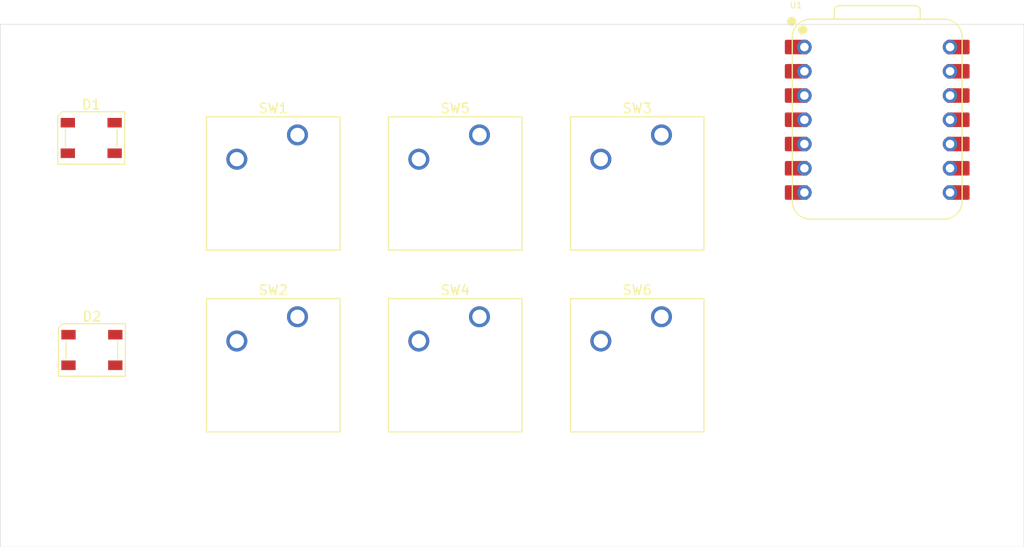
<source format=kicad_pcb>
(kicad_pcb (version 20241229) (generator "pcbnew") (generator_version "9.0")
  (layers (0 "F.Cu" signal) (2 "B.Cu" signal) (13 "F.Paste" user) (15 "B.Paste" user) (5 "F.SilkS" user "F.Silkscreen") (7 "B.SilkS" user "B.Silkscreen") (1 "F.Mask" user) (3 "B.Mask" user) (25 "Edge.Cuts" user))
  (net 0 "")
  (net 1 "Net-(D1-DOUT)")
  (net 2 "GND")
  (net 3 "Net-(D1-DIN)")
  (net 4 "+5V")
  (net 6 "Net-(U1-GPIO1{slash}RX)")
  (net 7 "Net-(U1-GPIO28{slash}ADC2{slash}A2)")
  (net 8 "Net-(U1-GPIO29{slash}ADC3{slash}A3)")
  (net 9 "Net-(U1-GPIO3{slash}MOSI)")
  (net 10 "Net-(U1-GPIO4{slash}MISO)")
  (net 11 "Net-(U1-GPIO2{slash}SCK)")
  (footprint "Button_Switch_Keyboard:SW_Cherry_MX_1.00u_PCB" (layer "F.Cu") (at 190.65875 56.8325)
    (property "Reference" "SW3" (at -2.54 -2.794 0) (layer "F.SilkS"))
    (property "Value" "SW_Push")
    (fp_line (start -9.525 -1.905) (end 4.445 -1.905) (stroke (width 0.12)) (layer "F.SilkS"))
    (fp_line (start -9.525 12.065) (end -9.525 -1.905) (stroke (width 0.12)) (layer "F.SilkS"))
    (fp_line (start 4.445 -1.905) (end 4.445 12.065) (stroke (width 0.12)) (layer "F.SilkS"))
    (fp_line (start 4.445 12.065) (end -9.525 12.065) (stroke (width 0.12)) (layer "F.SilkS"))
    (pad "" np_thru_hole circle (at -7.62 5.08) (size 1.7 1.7) (drill 1.7) (layers "*.Cu" "*.Mask"))
    (pad "" np_thru_hole circle (at -2.54 5.08) (size 4 4) (drill 4) (layers "*.Cu" "*.Mask"))
    (pad "" np_thru_hole circle (at 2.54 5.08) (size 1.7 1.7) (drill 1.7) (layers "*.Cu" "*.Mask"))
    (pad "1" thru_hole circle (at 0 0) (size 2.2 2.2) (drill 1.5) (layers "*.Cu" "*.Mask") (net 2 "GND"))
    (pad "2" thru_hole circle (at -6.35 2.54) (size 2.2 2.2) (drill 1.5) (layers "*.Cu" "*.Mask") (net 8 "Net-(U1-GPIO29{slash}ADC3{slash}A3)"))
  )
  (footprint "Button_Switch_Keyboard:SW_Cherry_MX_1.00u_PCB" (layer "F.Cu") (at 190.65875 75.8825)
    (property "Reference" "SW6" (at -2.54 -2.794 0) (layer "F.SilkS"))
    (property "Value" "SW_Push")
    (fp_line (start -9.525 -1.905) (end 4.445 -1.905) (stroke (width 0.12)) (layer "F.SilkS"))
    (fp_line (start -9.525 12.065) (end -9.525 -1.905) (stroke (width 0.12)) (layer "F.SilkS"))
    (fp_line (start 4.445 -1.905) (end 4.445 12.065) (stroke (width 0.12)) (layer "F.SilkS"))
    (fp_line (start 4.445 12.065) (end -9.525 12.065) (stroke (width 0.12)) (layer "F.SilkS"))
    (pad "" np_thru_hole circle (at -7.62 5.08) (size 1.7 1.7) (drill 1.7) (layers "*.Cu" "*.Mask"))
    (pad "" np_thru_hole circle (at -2.54 5.08) (size 4 4) (drill 4) (layers "*.Cu" "*.Mask"))
    (pad "" np_thru_hole circle (at 2.54 5.08) (size 1.7 1.7) (drill 1.7) (layers "*.Cu" "*.Mask"))
    (pad "1" thru_hole circle (at 0 0) (size 2.2 2.2) (drill 1.5) (layers "*.Cu" "*.Mask") (net 2 "GND"))
    (pad "2" thru_hole circle (at -6.35 2.54) (size 2.2 2.2) (drill 1.5) (layers "*.Cu" "*.Mask") (net 11 "Net-(U1-GPIO2{slash}SCK)"))
  )
  (footprint "Button_Switch_Keyboard:SW_Cherry_MX_1.00u_PCB" (layer "F.Cu") (at 171.60875 56.8325)
    (property "Reference" "SW5" (at -2.54 -2.794 0) (layer "F.SilkS"))
    (property "Value" "SW_Push")
    (fp_line (start -9.525 -1.905) (end 4.445 -1.905) (stroke (width 0.12)) (layer "F.SilkS"))
    (fp_line (start -9.525 12.065) (end -9.525 -1.905) (stroke (width 0.12)) (layer "F.SilkS"))
    (fp_line (start 4.445 -1.905) (end 4.445 12.065) (stroke (width 0.12)) (layer "F.SilkS"))
    (fp_line (start 4.445 12.065) (end -9.525 12.065) (stroke (width 0.12)) (layer "F.SilkS"))
    (pad "" np_thru_hole circle (at -7.62 5.08) (size 1.7 1.7) (drill 1.7) (layers "*.Cu" "*.Mask"))
    (pad "" np_thru_hole circle (at -2.54 5.08) (size 4 4) (drill 4) (layers "*.Cu" "*.Mask"))
    (pad "" np_thru_hole circle (at 2.54 5.08) (size 1.7 1.7) (drill 1.7) (layers "*.Cu" "*.Mask"))
    (pad "1" thru_hole circle (at 0 0) (size 2.2 2.2) (drill 1.5) (layers "*.Cu" "*.Mask") (net 2 "GND"))
    (pad "2" thru_hole circle (at -6.35 2.54) (size 2.2 2.2) (drill 1.5) (layers "*.Cu" "*.Mask") (net 10 "Net-(U1-GPIO4{slash}MISO)"))
  )
  (footprint "Button_Switch_Keyboard:SW_Cherry_MX_1.00u_PCB" (layer "F.Cu") (at 152.55875 75.8825)
    (property "Reference" "SW2" (at -2.54 -2.794 0) (layer "F.SilkS"))
    (property "Value" "SW_Push")
    (fp_line (start -9.525 -1.905) (end 4.445 -1.905) (stroke (width 0.12)) (layer "F.SilkS"))
    (fp_line (start -9.525 12.065) (end -9.525 -1.905) (stroke (width 0.12)) (layer "F.SilkS"))
    (fp_line (start 4.445 -1.905) (end 4.445 12.065) (stroke (width 0.12)) (layer "F.SilkS"))
    (fp_line (start 4.445 12.065) (end -9.525 12.065) (stroke (width 0.12)) (layer "F.SilkS"))
    (pad "" np_thru_hole circle (at -7.62 5.08) (size 1.7 1.7) (drill 1.7) (layers "*.Cu" "*.Mask"))
    (pad "" np_thru_hole circle (at -2.54 5.08) (size 4 4) (drill 4) (layers "*.Cu" "*.Mask"))
    (pad "" np_thru_hole circle (at 2.54 5.08) (size 1.7 1.7) (drill 1.7) (layers "*.Cu" "*.Mask"))
    (pad "1" thru_hole circle (at 0 0) (size 2.2 2.2) (drill 1.5) (layers "*.Cu" "*.Mask") (net 2 "GND"))
    (pad "2" thru_hole circle (at -6.35 2.54) (size 2.2 2.2) (drill 1.5) (layers "*.Cu" "*.Mask") (net 7 "Net-(U1-GPIO28{slash}ADC2{slash}A2)"))
  )
  (footprint "Seeed Studio XIAO Series Library:XIAO-RP2040-DIP" (layer "F.Cu") (at 213.2425 55.245)
    (property "Reference" "U1" (at -8.5 -12 0) (layer "F.SilkS") (effects (font (size 0.635 0.635) (thickness 0.1016))))
    (property "Value" "XIAO-RP2040-DIP")
    (fp_line (start -8.89 8.509) (end -8.89 -8.636) (stroke (width 0.127)) (layer "F.SilkS"))
    (fp_line (start -6.985 10.414) (end 6.985 10.414) (stroke (width 0.127)) (layer "F.SilkS"))
    (fp_line (start -4.495 -10.541) (end -4.491272 -11.451272) (stroke (width 0.127)) (layer "F.SilkS"))
    (fp_line (start -3.991272 -11.951) (end 4.004 -11.951) (stroke (width 0.127)) (layer "F.SilkS"))
    (fp_line (start 4.504 -11.451) (end 4.504 -10.541) (stroke (width 0.127)) (layer "F.SilkS"))
    (fp_line (start 6.985 -10.541) (end -6.985 -10.541) (stroke (width 0.1)) (layer "F.SilkS"))
    (fp_line (start 6.985 -10.541) (end -6.985 -10.541) (stroke (width 0.127)) (layer "F.SilkS"))
    (fp_line (start 8.89 8.509) (end 8.89 -8.636) (stroke (width 0.127)) (layer "F.SilkS"))
    (fp_arc (start -8.89 -8.636) (mid -8.332038 -9.983038) (end -6.985 -10.541) (stroke (width 0.127)) (layer "F.SilkS"))
    (fp_arc (start -6.985 10.414) (mid -8.332038 9.856038) (end -8.89 8.509) (stroke (width 0.127)) (layer "F.SilkS"))
    (fp_arc (start -4.491272 -11.451272) (mid -4.344728 -11.80464) (end -3.991272 -11.951) (stroke (width 0.127)) (layer "F.SilkS"))
    (fp_arc (start 4.004 -11.951) (mid 4.357553 -11.804553) (end 4.504 -11.451) (stroke (width 0.127)) (layer "F.SilkS"))
    (fp_arc (start 6.985 -10.541) (mid 8.332038 -9.983038) (end 8.89 -8.636) (stroke (width 0.127)) (layer "F.SilkS"))
    (fp_arc (start 8.89 8.509) (mid 8.332038 9.856038) (end 6.985 10.414) (stroke (width 0.127)) (layer "F.SilkS"))
    (fp_circle (center -8.95 -10.3) (end -8.95 -10.554) (stroke (width 0.5)) (fill yes) (layer "F.SilkS"))
    (fp_circle (center -7.807 -9.42) (end -7.807 -9.674) (stroke (width 0.5)) (fill yes) (layer "F.SilkS"))
    (pad "1" smd roundrect (at -8.455 -7.62 180) (size 2.432 1.524) (layers "F.Cu" "F.Mask") (roundrect_rratio 0.1))
    (pad "1" thru_hole circle (at -7.62 -7.62 180) (size 1.524 1.524) (drill 0.889) (layers "*.Cu" "*.Mask"))
    (pad "2" smd roundrect (at -8.455 -5.08 180) (size 2.432 1.524) (layers "F.Cu" "F.Mask") (roundrect_rratio 0.1))
    (pad "2" thru_hole circle (at -7.62 -5.08 180) (size 1.524 1.524) (drill 0.889) (layers "*.Cu" "*.Mask"))
    (pad "3" smd roundrect (at -8.455 -2.54 180) (size 2.432 1.524) (layers "F.Cu" "F.Mask") (roundrect_rratio 0.1) (net 7 "Net-(U1-GPIO28{slash}ADC2{slash}A2)"))
    (pad "3" thru_hole circle (at -7.62 -2.54 180) (size 1.524 1.524) (drill 0.889) (layers "*.Cu" "*.Mask") (net 7 "Net-(U1-GPIO28{slash}ADC2{slash}A2)"))
    (pad "4" smd roundrect (at -8.455 0 180) (size 2.432 1.524) (layers "F.Cu" "F.Mask") (roundrect_rratio 0.1) (net 8 "Net-(U1-GPIO29{slash}ADC3{slash}A3)"))
    (pad "4" thru_hole circle (at -7.62 0 180) (size 1.524 1.524) (drill 0.889) (layers "*.Cu" "*.Mask") (net 8 "Net-(U1-GPIO29{slash}ADC3{slash}A3)"))
    (pad "5" smd roundrect (at -8.455 2.54 180) (size 2.432 1.524) (layers "F.Cu" "F.Mask") (roundrect_rratio 0.1) (net 3 "Net-(D1-DIN)"))
    (pad "5" thru_hole circle (at -7.62 2.54 180) (size 1.524 1.524) (drill 0.889) (layers "*.Cu" "*.Mask") (net 3 "Net-(D1-DIN)"))
    (pad "6" smd roundrect (at -8.455 5.08 180) (size 2.432 1.524) (layers "F.Cu" "F.Mask") (roundrect_rratio 0.1))
    (pad "6" thru_hole circle (at -7.62 5.08 180) (size 1.524 1.524) (drill 0.889) (layers "*.Cu" "*.Mask"))
    (pad "7" smd roundrect (at -8.455 7.62 180) (size 2.432 1.524) (layers "F.Cu" "F.Mask") (roundrect_rratio 0.1))
    (pad "7" thru_hole circle (at -7.62 7.62 180) (size 1.524 1.524) (drill 0.889) (layers "*.Cu" "*.Mask"))
    (pad "8" thru_hole circle (at 7.62 7.62) (size 1.524 1.524) (drill 0.889) (layers "*.Cu" "*.Mask") (net 6 "Net-(U1-GPIO1{slash}RX)"))
    (pad "8" smd roundrect (at 8.455 7.62) (size 2.432 1.524) (layers "F.Cu" "F.Mask") (roundrect_rratio 0.1) (net 6 "Net-(U1-GPIO1{slash}RX)"))
    (pad "9" thru_hole circle (at 7.62 5.08) (size 1.524 1.524) (drill 0.889) (layers "*.Cu" "*.Mask") (net 11 "Net-(U1-GPIO2{slash}SCK)"))
    (pad "9" smd roundrect (at 8.455 5.08) (size 2.432 1.524) (layers "F.Cu" "F.Mask") (roundrect_rratio 0.1) (net 11 "Net-(U1-GPIO2{slash}SCK)"))
    (pad "10" thru_hole circle (at 7.62 2.54) (size 1.524 1.524) (drill 0.889) (layers "*.Cu" "*.Mask") (net 10 "Net-(U1-GPIO4{slash}MISO)"))
    (pad "10" smd roundrect (at 8.455 2.54) (size 2.432 1.524) (layers "F.Cu" "F.Mask") (roundrect_rratio 0.1) (net 10 "Net-(U1-GPIO4{slash}MISO)"))
    (pad "11" thru_hole circle (at 7.62 0) (size 1.524 1.524) (drill 0.889) (layers "*.Cu" "*.Mask") (net 9 "Net-(U1-GPIO3{slash}MOSI)"))
    (pad "11" smd roundrect (at 8.455 0) (size 2.432 1.524) (layers "F.Cu" "F.Mask") (roundrect_rratio 0.1) (net 9 "Net-(U1-GPIO3{slash}MOSI)"))
    (pad "12" thru_hole circle (at 7.62 -2.54) (size 1.524 1.524) (drill 0.889) (layers "*.Cu" "*.Mask"))
    (pad "12" smd roundrect (at 8.455 -2.54) (size 2.432 1.524) (layers "F.Cu" "F.Mask") (roundrect_rratio 0.1))
    (pad "13" thru_hole circle (at 7.62 -5.08) (size 1.524 1.524) (drill 0.889) (layers "*.Cu" "*.Mask"))
    (pad "13" smd roundrect (at 8.455 -5.08) (size 2.432 1.524) (layers "F.Cu" "F.Mask") (roundrect_rratio 0.1))
    (pad "14" thru_hole circle (at 7.62 -7.62) (size 1.524 1.524) (drill 0.889) (layers "*.Cu" "*.Mask"))
    (pad "14" smd roundrect (at 8.455 -7.62) (size 2.432 1.524) (layers "F.Cu" "F.Mask") (roundrect_rratio 0.1))
  )
  (footprint "Button_Switch_Keyboard:SW_Cherry_MX_1.00u_PCB" (layer "F.Cu") (at 152.55875 56.8325)
    (property "Reference" "SW1" (at -2.54 -2.794 0) (layer "F.SilkS"))
    (property "Value" "SW_Push")
    (fp_line (start -9.525 -1.905) (end 4.445 -1.905) (stroke (width 0.12)) (layer "F.SilkS"))
    (fp_line (start -9.525 12.065) (end -9.525 -1.905) (stroke (width 0.12)) (layer "F.SilkS"))
    (fp_line (start 4.445 -1.905) (end 4.445 12.065) (stroke (width 0.12)) (layer "F.SilkS"))
    (fp_line (start 4.445 12.065) (end -9.525 12.065) (stroke (width 0.12)) (layer "F.SilkS"))
    (pad "" np_thru_hole circle (at -7.62 5.08) (size 1.7 1.7) (drill 1.7) (layers "*.Cu" "*.Mask"))
    (pad "" np_thru_hole circle (at -2.54 5.08) (size 4 4) (drill 4) (layers "*.Cu" "*.Mask"))
    (pad "" np_thru_hole circle (at 2.54 5.08) (size 1.7 1.7) (drill 1.7) (layers "*.Cu" "*.Mask"))
    (pad "1" thru_hole circle (at 0 0) (size 2.2 2.2) (drill 1.5) (layers "*.Cu" "*.Mask") (net 2 "GND"))
    (pad "2" thru_hole circle (at -6.35 2.54) (size 2.2 2.2) (drill 1.5) (layers "*.Cu" "*.Mask") (net 6 "Net-(U1-GPIO1{slash}RX)"))
  )
  (footprint "LED_SMD:LED_SK6812_PLCC4_5.0x5.0mm_P3.2mm" (layer "F.Cu") (at 130.96875 57.15)
    (property "Reference" "D1" (at 0 -3.5 0) (layer "F.SilkS"))
    (property "Value" "SK6812")
    (fp_line (start -3.5 -2.3) (end -3.5 2.75) (stroke (width 0.12)) (layer "F.SilkS"))
    (fp_line (start -3.05 -2.75) (end -3.5 -2.3) (stroke (width 0.12)) (layer "F.SilkS"))
    (fp_line (start -2.7 -0.9) (end -2.7 0.9) (stroke (width 0.12)) (layer "F.SilkS"))
    (fp_line (start 2.7 -0.9) (end 2.7 0.9) (stroke (width 0.12)) (layer "F.SilkS"))
    (fp_line (start 3.5 -2.75) (end -3.05 -2.75) (stroke (width 0.12)) (layer "F.SilkS"))
    (fp_line (start 3.5 2.75) (end -3.5 2.75) (stroke (width 0.12)) (layer "F.SilkS"))
    (fp_line (start 3.5 2.75) (end 3.5 -2.75) (stroke (width 0.12)) (layer "F.SilkS"))
    (pad "1" smd rect (at -2.45 -1.6 180) (size 1.5 1) (layers "F.Cu" "F.Mask" "F.Paste") (net 2 "GND"))
    (pad "2" smd rect (at -2.45 1.6 180) (size 1.5 1) (layers "F.Cu" "F.Mask" "F.Paste") (net 3 "Net-(D1-DIN)"))
    (pad "3" smd rect (at 2.45 1.6 180) (size 1.5 1) (layers "F.Cu" "F.Mask" "F.Paste") (net 4 "+5V"))
    (pad "4" smd rect (at 2.45 -1.6 180) (size 1.5 1) (layers "F.Cu" "F.Mask" "F.Paste") (net 1 "Net-(D1-DOUT)"))
  )
  (footprint "Button_Switch_Keyboard:SW_Cherry_MX_1.00u_PCB" (layer "F.Cu") (at 171.60875 75.8825)
    (property "Reference" "SW4" (at -2.54 -2.794 0) (layer "F.SilkS"))
    (property "Value" "SW_Push")
    (fp_line (start -9.525 -1.905) (end 4.445 -1.905) (stroke (width 0.12)) (layer "F.SilkS"))
    (fp_line (start -9.525 12.065) (end -9.525 -1.905) (stroke (width 0.12)) (layer "F.SilkS"))
    (fp_line (start 4.445 -1.905) (end 4.445 12.065) (stroke (width 0.12)) (layer "F.SilkS"))
    (fp_line (start 4.445 12.065) (end -9.525 12.065) (stroke (width 0.12)) (layer "F.SilkS"))
    (pad "" np_thru_hole circle (at -7.62 5.08) (size 1.7 1.7) (drill 1.7) (layers "*.Cu" "*.Mask"))
    (pad "" np_thru_hole circle (at -2.54 5.08) (size 4 4) (drill 4) (layers "*.Cu" "*.Mask"))
    (pad "" np_thru_hole circle (at 2.54 5.08) (size 1.7 1.7) (drill 1.7) (layers "*.Cu" "*.Mask"))
    (pad "1" thru_hole circle (at 0 0) (size 2.2 2.2) (drill 1.5) (layers "*.Cu" "*.Mask") (net 2 "GND"))
    (pad "2" thru_hole circle (at -6.35 2.54) (size 2.2 2.2) (drill 1.5) (layers "*.Cu" "*.Mask") (net 9 "Net-(U1-GPIO3{slash}MOSI)"))
  )
  (footprint "LED_SMD:LED_SK6812_PLCC4_5.0x5.0mm_P3.2mm" (layer "F.Cu") (at 131.0375 79.3625)
    (property "Reference" "D2" (at 0 -3.5 0) (layer "F.SilkS"))
    (property "Value" "SK6812")
    (fp_line (start -3.5 -2.3) (end -3.5 2.75) (stroke (width 0.12)) (layer "F.SilkS"))
    (fp_line (start -3.05 -2.75) (end -3.5 -2.3) (stroke (width 0.12)) (layer "F.SilkS"))
    (fp_line (start -2.7 -0.9) (end -2.7 0.9) (stroke (width 0.12)) (layer "F.SilkS"))
    (fp_line (start 2.7 -0.9) (end 2.7 0.9) (stroke (width 0.12)) (layer "F.SilkS"))
    (fp_line (start 3.5 -2.75) (end -3.05 -2.75) (stroke (width 0.12)) (layer "F.SilkS"))
    (fp_line (start 3.5 2.75) (end -3.5 2.75) (stroke (width 0.12)) (layer "F.SilkS"))
    (fp_line (start 3.5 2.75) (end 3.5 -2.75) (stroke (width 0.12)) (layer "F.SilkS"))
    (pad "1" smd rect (at -2.45 -1.6 180) (size 1.5 1) (layers "F.Cu" "F.Mask" "F.Paste") (net 2 "GND"))
    (pad "2" smd rect (at -2.45 1.6 180) (size 1.5 1) (layers "F.Cu" "F.Mask" "F.Paste") (net 1 "Net-(D1-DOUT)"))
    (pad "3" smd rect (at 2.45 1.6 180) (size 1.5 1) (layers "F.Cu" "F.Mask" "F.Paste") (net 4 "+5V"))
    (pad "4" smd rect (at 2.45 -1.6 180) (size 1.5 1) (layers "F.Cu" "F.Mask" "F.Paste"))
  )
  (gr_rect (start 121.44375 45.24375) (end 228.6 100.0125) (stroke (width 0.05)) (fill no) (layer "Edge.Cuts"))
)
</source>
